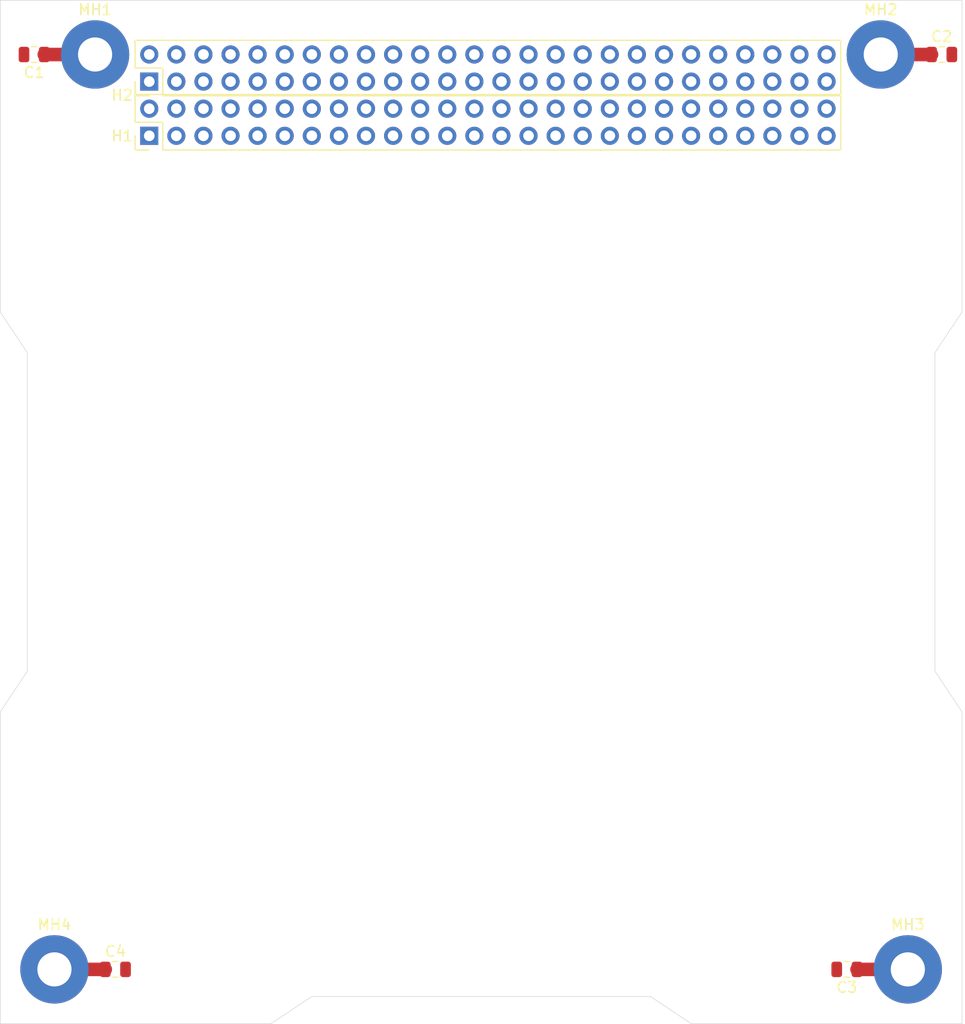
<source format=kicad_pcb>
(kicad_pcb (version 20211014) (generator pcbnew)
  (layers (0 "F.Cu" signal) (31 "B.Cu" signal) (34 "B.Paste" user) (35 "F.Paste" user) (36 "B.SilkS" user "B.Silkscreen") (37 "F.SilkS" user "F.Silkscreen") (38 "B.Mask" user) (39 "F.Mask" user) (44 "Edge.Cuts" user))
  (net 0 "")
  (net 1 "GND")
  (net 2 "Net-(C1-Pad1)")
  (net 3 "Net-(C2-Pad1)")
  (net 4 "Net-(C3-Pad1)")
  (net 5 "Net-(C4-Pad1)")
  (net 12 "TX1{slash}GP1")
  (net 14 "RX2{slash}GP7")
  (net 16 "TX2{slash}GP8")
  (net 18 "GP15{slash}A1{slash}RX3")
  (net 22 "GP21{slash}A7{slash}RX5")
  (net 51 "CS{slash}GP10")
  (net 53 "CS{slash}GP37")
  (net 55 "CS{slash}GP36")
  (net 66 "SW1")
  (net 67 "SW2")
  (net 68 "SW3")
  (net 69 "SW4")
  (net 70 "SW5")
  (net 71 "SW6")
  (net 72 "SW7")
  (net 73 "SW8")
  (net 74 "SW9")
  (net 75 "SW10")
  (net 76 "SW11")
  (net 77 "SW12")
  (net 92 "PCM_IN")
  (net 98 "BCR_OUT")
  (footprint "Capacitor_SMD:C_0805_2012Metric" (layer "F.Cu") (at 104.775 55.885 180)
    (fp_text reference "C1" (at 0 -1.68) (layer "F.SilkS"))
    (fp_text value "0.1uF")
    (fp_line (start -0.261252 0.735) (end 0.261252 0.735) (layer "F.SilkS") (width 0.12))
    (fp_line (start -0.261252 -0.735) (end 0.261252 -0.735) (layer "F.SilkS") (width 0.12))
    (pad "1" smd roundrect locked (at -0.95 0 180) (size 1 1.45) (layers "F.Cu" "F.Paste" "F.Mask") (net 2 "Net-(C1-Pad1)"))
    (pad "2" smd roundrect locked (at 0.95 0 180) (size 1 1.45) (layers "F.Cu" "F.Paste" "F.Mask") (net 1 "GND"))
  )
  (footprint "Capacitor_SMD:C_0805_2012Metric" (layer "F.Cu") (at 189.865 55.885)
    (fp_text reference "C2" (at 0 -1.68) (layer "F.SilkS"))
    (fp_text value "0.1uF")
    (fp_line (start -0.261252 0.735) (end 0.261252 0.735) (layer "F.SilkS") (width 0.12))
    (fp_line (start -0.261252 -0.735) (end 0.261252 -0.735) (layer "F.SilkS") (width 0.12))
    (pad "1" smd roundrect locked (at -0.95 0) (size 1 1.45) (layers "F.Cu" "F.Paste" "F.Mask") (net 3 "Net-(C2-Pad1)"))
    (pad "2" smd roundrect locked (at 0.95 0) (size 1 1.45) (layers "F.Cu" "F.Paste" "F.Mask") (net 1 "GND"))
  )
  (footprint "Capacitor_SMD:C_0805_2012Metric" (layer "F.Cu") (at 180.975 141.61 180)
    (fp_text reference "C3" (at 0 -1.68) (layer "F.SilkS"))
    (fp_text value "0.1uF")
    (fp_line (start -0.261252 0.735) (end 0.261252 0.735) (layer "F.SilkS") (width 0.12))
    (fp_line (start -0.261252 -0.735) (end 0.261252 -0.735) (layer "F.SilkS") (width 0.12))
    (pad "1" smd roundrect locked (at -0.95 0 180) (size 1 1.45) (layers "F.Cu" "F.Paste" "F.Mask") (net 4 "Net-(C3-Pad1)"))
    (pad "2" smd roundrect locked (at 0.95 0 180) (size 1 1.45) (layers "F.Cu" "F.Paste" "F.Mask") (net 1 "GND"))
  )
  (footprint "Capacitor_SMD:C_0805_2012Metric" (layer "F.Cu") (at 112.395 141.61)
    (fp_text reference "C4" (at 0 -1.68) (layer "F.SilkS"))
    (fp_text value "0.1uF")
    (fp_line (start -0.261252 -0.735) (end 0.261252 -0.735) (layer "F.SilkS") (width 0.12))
    (fp_line (start -0.261252 0.735) (end 0.261252 0.735) (layer "F.SilkS") (width 0.12))
    (pad "1" smd roundrect locked (at -0.95 0) (size 1 1.45) (layers "F.Cu" "F.Paste" "F.Mask") (net 5 "Net-(C4-Pad1)"))
    (pad "2" smd roundrect locked (at 0.95 0) (size 1 1.45) (layers "F.Cu" "F.Paste" "F.Mask") (net 1 "GND"))
  )
  (footprint "Connector_PinHeader_2.54mm:PinHeader_2x26_P2.54mm_Vertical" (layer "F.Cu") (at 115.57 63.5 90)
    (fp_text reference "H1" (at -0.005 -2.54) (layer "F.SilkS"))
    (fp_text value "Stack Header")
    (fp_line (start 3.87 -1.33) (end 3.87 64.83) (layer "F.SilkS") (width 0.12))
    (fp_line (start 1.27 -1.33) (end 3.87 -1.33) (layer "F.SilkS") (width 0.12))
    (fp_line (start -1.33 -1.33) (end 0 -1.33) (layer "F.SilkS") (width 0.12))
    (fp_line (start -1.33 1.27) (end 1.27 1.27) (layer "F.SilkS") (width 0.12))
    (fp_line (start 1.27 1.27) (end 1.27 -1.33) (layer "F.SilkS") (width 0.12))
    (fp_line (start -1.33 0) (end -1.33 -1.33) (layer "F.SilkS") (width 0.12))
    (fp_line (start -1.33 1.27) (end -1.33 64.83) (layer "F.SilkS") (width 0.12))
    (fp_line (start -1.33 64.83) (end 3.87 64.83) (layer "F.SilkS") (width 0.12))
    (pad "1" thru_hole rect locked (at 0 0 90) (size 1.7 1.7) (drill 1) (layers *.Cu *.Mask))
    (pad "2" thru_hole oval locked (at 2.54 0 90) (size 1.7 1.7) (drill 1) (layers *.Cu *.Mask))
    (pad "3" thru_hole oval locked (at 0 2.54 90) (size 1.7 1.7) (drill 1) (layers *.Cu *.Mask))
    (pad "4" thru_hole oval locked (at 2.54 2.54 90) (size 1.7 1.7) (drill 1) (layers *.Cu *.Mask))
    (pad "5" thru_hole oval locked (at 0 5.08 90) (size 1.7 1.7) (drill 1) (layers *.Cu *.Mask))
    (pad "6" thru_hole oval locked (at 2.54 5.08 90) (size 1.7 1.7) (drill 1) (layers *.Cu *.Mask))
    (pad "7" thru_hole oval locked (at 0 7.62 90) (size 1.7 1.7) (drill 1) (layers *.Cu *.Mask) (net 12 "TX1{slash}GP1"))
    (pad "8" thru_hole oval locked (at 2.54 7.62 90) (size 1.7 1.7) (drill 1) (layers *.Cu *.Mask))
    (pad "9" thru_hole oval locked (at 0 10.16 90) (size 1.7 1.7) (drill 1) (layers *.Cu *.Mask) (net 14 "RX2{slash}GP7"))
    (pad "10" thru_hole oval locked (at 2.54 10.16 90) (size 1.7 1.7) (drill 1) (layers *.Cu *.Mask))
    (pad "11" thru_hole oval locked (at 0 12.7 90) (size 1.7 1.7) (drill 1) (layers *.Cu *.Mask) (net 16 "TX2{slash}GP8"))
    (pad "12" thru_hole oval locked (at 2.54 12.7 90) (size 1.7 1.7) (drill 1) (layers *.Cu *.Mask))
    (pad "13" thru_hole oval locked (at 0 15.24 90) (size 1.7 1.7) (drill 1) (layers *.Cu *.Mask) (net 18 "GP15{slash}A1{slash}RX3"))
    (pad "14" thru_hole oval locked (at 2.54 15.24 90) (size 1.7 1.7) (drill 1) (layers *.Cu *.Mask))
    (pad "15" thru_hole oval locked (at 0 17.78 90) (size 1.7 1.7) (drill 1) (layers *.Cu *.Mask))
    (pad "16" thru_hole oval locked (at 2.54 17.78 90) (size 1.7 1.7) (drill 1) (layers *.Cu *.Mask))
    (pad "17" thru_hole oval locked (at 0 20.32 90) (size 1.7 1.7) (drill 1) (layers *.Cu *.Mask) (net 22 "GP21{slash}A7{slash}RX5"))
    (pad "18" thru_hole oval locked (at 2.54 20.32 90) (size 1.7 1.7) (drill 1) (layers *.Cu *.Mask))
    (pad "19" thru_hole oval locked (at 0 22.86 90) (size 1.7 1.7) (drill 1) (layers *.Cu *.Mask))
    (pad "20" thru_hole oval locked (at 2.54 22.86 90) (size 1.7 1.7) (drill 1) (layers *.Cu *.Mask))
    (pad "21" thru_hole oval locked (at 0 25.4 90) (size 1.7 1.7) (drill 1) (layers *.Cu *.Mask))
    (pad "22" thru_hole oval locked (at 2.54 25.4 90) (size 1.7 1.7) (drill 1) (layers *.Cu *.Mask))
    (pad "23" thru_hole oval locked (at 0 27.94 90) (size 1.7 1.7) (drill 1) (layers *.Cu *.Mask))
    (pad "24" thru_hole oval locked (at 2.54 27.94 90) (size 1.7 1.7) (drill 1) (layers *.Cu *.Mask))
    (pad "25" thru_hole oval locked (at 0 30.48 90) (size 1.7 1.7) (drill 1) (layers *.Cu *.Mask))
    (pad "26" thru_hole oval locked (at 2.54 30.48 90) (size 1.7 1.7) (drill 1) (layers *.Cu *.Mask))
    (pad "27" thru_hole oval locked (at 0 33.02 90) (size 1.7 1.7) (drill 1) (layers *.Cu *.Mask))
    (pad "28" thru_hole oval locked (at 2.54 33.02 90) (size 1.7 1.7) (drill 1) (layers *.Cu *.Mask))
    (pad "29" thru_hole oval locked (at 0 35.56 90) (size 1.7 1.7) (drill 1) (layers *.Cu *.Mask))
    (pad "30" thru_hole oval locked (at 2.54 35.56 90) (size 1.7 1.7) (drill 1) (layers *.Cu *.Mask))
    (pad "31" thru_hole oval locked (at 0 38.1 90) (size 1.7 1.7) (drill 1) (layers *.Cu *.Mask))
    (pad "32" thru_hole oval locked (at 2.54 38.1 90) (size 1.7 1.7) (drill 1) (layers *.Cu *.Mask))
    (pad "33" thru_hole oval locked (at 0 40.64 90) (size 1.7 1.7) (drill 1) (layers *.Cu *.Mask))
    (pad "34" thru_hole oval locked (at 2.54 40.64 90) (size 1.7 1.7) (drill 1) (layers *.Cu *.Mask))
    (pad "35" thru_hole oval locked (at 0 43.18 90) (size 1.7 1.7) (drill 1) (layers *.Cu *.Mask))
    (pad "36" thru_hole oval locked (at 2.54 43.18 90) (size 1.7 1.7) (drill 1) (layers *.Cu *.Mask))
    (pad "37" thru_hole oval locked (at 0 45.72 90) (size 1.7 1.7) (drill 1) (layers *.Cu *.Mask))
    (pad "38" thru_hole oval locked (at 2.54 45.72 90) (size 1.7 1.7) (drill 1) (layers *.Cu *.Mask))
    (pad "39" thru_hole oval locked (at 0 48.26 90) (size 1.7 1.7) (drill 1) (layers *.Cu *.Mask))
    (pad "40" thru_hole oval locked (at 2.54 48.26 90) (size 1.7 1.7) (drill 1) (layers *.Cu *.Mask))
    (pad "41" thru_hole oval locked (at 0 50.8 90) (size 1.7 1.7) (drill 1) (layers *.Cu *.Mask))
    (pad "42" thru_hole oval locked (at 2.54 50.8 90) (size 1.7 1.7) (drill 1) (layers *.Cu *.Mask))
    (pad "43" thru_hole oval locked (at 0 53.34 90) (size 1.7 1.7) (drill 1) (layers *.Cu *.Mask))
    (pad "44" thru_hole oval locked (at 2.54 53.34 90) (size 1.7 1.7) (drill 1) (layers *.Cu *.Mask))
    (pad "45" thru_hole oval locked (at 0 55.88 90) (size 1.7 1.7) (drill 1) (layers *.Cu *.Mask))
    (pad "46" thru_hole oval locked (at 2.54 55.88 90) (size 1.7 1.7) (drill 1) (layers *.Cu *.Mask) (net 51 "CS{slash}GP10"))
    (pad "47" thru_hole oval locked (at 0 58.42 90) (size 1.7 1.7) (drill 1) (layers *.Cu *.Mask))
    (pad "48" thru_hole oval locked (at 2.54 58.42 90) (size 1.7 1.7) (drill 1) (layers *.Cu *.Mask) (net 53 "CS{slash}GP37"))
    (pad "49" thru_hole oval locked (at 0 60.96 90) (size 1.7 1.7) (drill 1) (layers *.Cu *.Mask))
    (pad "50" thru_hole oval locked (at 2.54 60.96 90) (size 1.7 1.7) (drill 1) (layers *.Cu *.Mask) (net 55 "CS{slash}GP36"))
    (pad "51" thru_hole oval locked (at 0 63.5 90) (size 1.7 1.7) (drill 1) (layers *.Cu *.Mask))
    (pad "52" thru_hole oval locked (at 2.54 63.5 90) (size 1.7 1.7) (drill 1) (layers *.Cu *.Mask))
  )
  (footprint "Connector_PinHeader_2.54mm:PinHeader_2x26_P2.54mm_Vertical" (layer "F.Cu") (at 115.57 58.42 90)
    (fp_text reference "H2" (at -1.275 -2.54) (layer "F.SilkS"))
    (fp_text value "Stack Header")
    (fp_line (start 1.27 1.27) (end 1.27 -1.33) (layer "F.SilkS") (width 0.12))
    (fp_line (start 1.27 -1.33) (end 3.87 -1.33) (layer "F.SilkS") (width 0.12))
    (fp_line (start -1.33 1.27) (end 1.27 1.27) (layer "F.SilkS") (width 0.12))
    (fp_line (start 3.87 -1.33) (end 3.87 64.83) (layer "F.SilkS") (width 0.12))
    (fp_line (start -1.33 1.27) (end -1.33 64.83) (layer "F.SilkS") (width 0.12))
    (fp_line (start -1.33 0) (end -1.33 -1.33) (layer "F.SilkS") (width 0.12))
    (fp_line (start -1.33 64.83) (end 3.87 64.83) (layer "F.SilkS") (width 0.12))
    (fp_line (start -1.33 -1.33) (end 0 -1.33) (layer "F.SilkS") (width 0.12))
    (pad "1" thru_hole rect locked (at 0 0 90) (size 1.7 1.7) (drill 1) (layers *.Cu *.Mask))
    (pad "2" thru_hole oval locked (at 2.54 0 90) (size 1.7 1.7) (drill 1) (layers *.Cu *.Mask))
    (pad "3" thru_hole oval locked (at 0 2.54 90) (size 1.7 1.7) (drill 1) (layers *.Cu *.Mask))
    (pad "4" thru_hole oval locked (at 2.54 2.54 90) (size 1.7 1.7) (drill 1) (layers *.Cu *.Mask))
    (pad "5" thru_hole oval locked (at 0 5.08 90) (size 1.7 1.7) (drill 1) (layers *.Cu *.Mask))
    (pad "6" thru_hole oval locked (at 2.54 5.08 90) (size 1.7 1.7) (drill 1) (layers *.Cu *.Mask))
    (pad "7" thru_hole oval locked (at 0 7.62 90) (size 1.7 1.7) (drill 1) (layers *.Cu *.Mask))
    (pad "8" thru_hole oval locked (at 2.54 7.62 90) (size 1.7 1.7) (drill 1) (layers *.Cu *.Mask))
    (pad "9" thru_hole oval locked (at 0 10.16 90) (size 1.7 1.7) (drill 1) (layers *.Cu *.Mask) (net 66 "SW1"))
    (pad "10" thru_hole oval locked (at 2.54 10.16 90) (size 1.7 1.7) (drill 1) (layers *.Cu *.Mask) (net 67 "SW2"))
    (pad "11" thru_hole oval locked (at 0 12.7 90) (size 1.7 1.7) (drill 1) (layers *.Cu *.Mask) (net 68 "SW3"))
    (pad "12" thru_hole oval locked (at 2.54 12.7 90) (size 1.7 1.7) (drill 1) (layers *.Cu *.Mask) (net 69 "SW4"))
    (pad "13" thru_hole oval locked (at 0 15.24 90) (size 1.7 1.7) (drill 1) (layers *.Cu *.Mask) (net 70 "SW5"))
    (pad "14" thru_hole oval locked (at 2.54 15.24 90) (size 1.7 1.7) (drill 1) (layers *.Cu *.Mask) (net 71 "SW6"))
    (pad "15" thru_hole oval locked (at 0 17.78 90) (size 1.7 1.7) (drill 1) (layers *.Cu *.Mask) (net 72 "SW7"))
    (pad "16" thru_hole oval locked (at 2.54 17.78 90) (size 1.7 1.7) (drill 1) (layers *.Cu *.Mask) (net 73 "SW8"))
    (pad "17" thru_hole oval locked (at 0 20.32 90) (size 1.7 1.7) (drill 1) (layers *.Cu *.Mask) (net 74 "SW9"))
    (pad "18" thru_hole oval locked (at 2.54 20.32 90) (size 1.7 1.7) (drill 1) (layers *.Cu *.Mask) (net 75 "SW10"))
    (pad "19" thru_hole oval locked (at 0 22.86 90) (size 1.7 1.7) (drill 1) (layers *.Cu *.Mask) (net 76 "SW11"))
    (pad "20" thru_hole oval locked (at 2.54 22.86 90) (size 1.7 1.7) (drill 1) (layers *.Cu *.Mask) (net 77 "SW12"))
    (pad "21" thru_hole oval locked (at 0 25.4 90) (size 1.7 1.7) (drill 1) (layers *.Cu *.Mask))
    (pad "22" thru_hole oval locked (at 2.54 25.4 90) (size 1.7 1.7) (drill 1) (layers *.Cu *.Mask))
    (pad "23" thru_hole oval locked (at 0 27.94 90) (size 1.7 1.7) (drill 1) (layers *.Cu *.Mask))
    (pad "24" thru_hole oval locked (at 2.54 27.94 90) (size 1.7 1.7) (drill 1) (layers *.Cu *.Mask))
    (pad "25" thru_hole oval locked (at 0 30.48 90) (size 1.7 1.7) (drill 1) (layers *.Cu *.Mask))
    (pad "26" thru_hole oval locked (at 2.54 30.48 90) (size 1.7 1.7) (drill 1) (layers *.Cu *.Mask))
    (pad "27" thru_hole oval locked (at 0 33.02 90) (size 1.7 1.7) (drill 1) (layers *.Cu *.Mask))
    (pad "28" thru_hole oval locked (at 2.54 33.02 90) (size 1.7 1.7) (drill 1) (layers *.Cu *.Mask))
    (pad "29" thru_hole oval locked (at 0 35.56 90) (size 1.7 1.7) (drill 1) (layers *.Cu *.Mask))
    (pad "30" thru_hole oval locked (at 2.54 35.56 90) (size 1.7 1.7) (drill 1) (layers *.Cu *.Mask))
    (pad "31" thru_hole oval locked (at 0 38.1 90) (size 1.7 1.7) (drill 1) (layers *.Cu *.Mask))
    (pad "32" thru_hole oval locked (at 2.54 38.1 90) (size 1.7 1.7) (drill 1) (layers *.Cu *.Mask))
    (pad "33" thru_hole oval locked (at 0 40.64 90) (size 1.7 1.7) (drill 1) (layers *.Cu *.Mask))
    (pad "34" thru_hole oval locked (at 2.54 40.64 90) (size 1.7 1.7) (drill 1) (layers *.Cu *.Mask))
    (pad "35" thru_hole oval locked (at 0 43.18 90) (size 1.7 1.7) (drill 1) (layers *.Cu *.Mask) (net 92 "PCM_IN"))
    (pad "36" thru_hole oval locked (at 2.54 43.18 90) (size 1.7 1.7) (drill 1) (layers *.Cu *.Mask))
    (pad "37" thru_hole oval locked (at 0 45.72 90) (size 1.7 1.7) (drill 1) (layers *.Cu *.Mask))
    (pad "38" thru_hole oval locked (at 2.54 45.72 90) (size 1.7 1.7) (drill 1) (layers *.Cu *.Mask))
    (pad "39" thru_hole oval locked (at 0 48.26 90) (size 1.7 1.7) (drill 1) (layers *.Cu *.Mask))
    (pad "40" thru_hole oval locked (at 2.54 48.26 90) (size 1.7 1.7) (drill 1) (layers *.Cu *.Mask))
    (pad "41" thru_hole oval locked (at 0 50.8 90) (size 1.7 1.7) (drill 1) (layers *.Cu *.Mask) (net 98 "BCR_OUT"))
    (pad "42" thru_hole oval locked (at 2.54 50.8 90) (size 1.7 1.7) (drill 1) (layers *.Cu *.Mask))
    (pad "43" thru_hole oval locked (at 0 53.34 90) (size 1.7 1.7) (drill 1) (layers *.Cu *.Mask) (net 98 "BCR_OUT"))
    (pad "44" thru_hole oval locked (at 2.54 53.34 90) (size 1.7 1.7) (drill 1) (layers *.Cu *.Mask) (net 98 "BCR_OUT"))
    (pad "45" thru_hole oval locked (at 0 55.88 90) (size 1.7 1.7) (drill 1) (layers *.Cu *.Mask))
    (pad "46" thru_hole oval locked (at 2.54 55.88 90) (size 1.7 1.7) (drill 1) (layers *.Cu *.Mask))
    (pad "47" thru_hole oval locked (at 0 58.42 90) (size 1.7 1.7) (drill 1) (layers *.Cu *.Mask))
    (pad "48" thru_hole oval locked (at 2.54 58.42 90) (size 1.7 1.7) (drill 1) (layers *.Cu *.Mask))
    (pad "49" thru_hole oval locked (at 0 60.96 90) (size 1.7 1.7) (drill 1) (layers *.Cu *.Mask))
    (pad "50" thru_hole oval locked (at 2.54 60.96 90) (size 1.7 1.7) (drill 1) (layers *.Cu *.Mask))
    (pad "51" thru_hole oval locked (at 0 63.5 90) (size 1.7 1.7) (drill 1) (layers *.Cu *.Mask))
    (pad "52" thru_hole oval locked (at 2.54 63.5 90) (size 1.7 1.7) (drill 1) (layers *.Cu *.Mask))
  )
  (footprint "MountingHole:MountingHole_3.2mm_M3_Pad" (layer "F.Cu") (at 110.49 55.88)
    (fp_text reference "MH1" (at 0 -4.2) (layer "F.SilkS"))
    (fp_text value "M3")
    (pad "1" thru_hole circle locked (at 0 0) (size 6.4 6.4) (drill 3.2) (layers *.Cu *.Mask) (net 2 "Net-(C1-Pad1)"))
  )
  (footprint "MountingHole:MountingHole_3.2mm_M3_Pad" (layer "F.Cu") (at 184.15 55.88)
    (fp_text reference "MH2" (at 0 -4.2) (layer "F.SilkS"))
    (fp_text value "M3")
    (pad "1" thru_hole circle locked (at 0 0) (size 6.4 6.4) (drill 3.2) (layers *.Cu *.Mask) (net 3 "Net-(C2-Pad1)"))
  )
  (footprint "MountingHole:MountingHole_3.2mm_M3_Pad" (layer "F.Cu") (at 186.69 141.61)
    (fp_text reference "MH3" (at 0 -4.2) (layer "F.SilkS"))
    (fp_text value "M3")
    (pad "1" thru_hole circle locked (at 0 0) (size 6.4 6.4) (drill 3.2) (layers *.Cu *.Mask) (net 4 "Net-(C3-Pad1)"))
  )
  (footprint "MountingHole:MountingHole_3.2mm_M3_Pad" (layer "F.Cu") (at 106.68 141.61)
    (fp_text reference "MH4" (at 0 -4.2) (layer "F.SilkS"))
    (fp_text value "M3")
    (pad "1" thru_hole circle locked (at 0 0) (size 6.4 6.4) (drill 3.2) (layers *.Cu *.Mask) (net 5 "Net-(C4-Pad1)"))
  )
  (gr_line (start 191.77 146.69) (end 166.37 146.69) (layer "Edge.Cuts") (width 0.05))
  (gr_line (start 127 146.69) (end 130.81 144.15) (layer "Edge.Cuts") (width 0.05))
  (gr_line (start 104.14 83.82) (end 104.14 113.67) (layer "Edge.Cuts") (width 0.05))
  (gr_line (start 191.77 117.48) (end 191.77 146.69) (layer "Edge.Cuts") (width 0.05))
  (gr_line (start 101.6 80.01) (end 101.6 50.8) (layer "Edge.Cuts") (width 0.05))
  (gr_line (start 191.77 80.01) (end 191.77 50.8) (layer "Edge.Cuts") (width 0.05))
  (gr_line (start 101.6 80.01) (end 104.14 83.82) (layer "Edge.Cuts") (width 0.05))
  (gr_line (start 191.77 117.48) (end 189.23 113.67) (layer "Edge.Cuts") (width 0.05))
  (gr_line (start 189.23 113.67) (end 189.23 83.82) (layer "Edge.Cuts") (width 0.05))
  (gr_line (start 130.81 144.145) (end 162.56 144.15) (layer "Edge.Cuts") (width 0.05))
  (gr_line (start 104.14 113.67) (end 101.6 117.48) (layer "Edge.Cuts") (width 0.05))
  (gr_line (start 189.23 83.82) (end 191.77 80.01) (layer "Edge.Cuts") (width 0.05))
  (gr_line (start 162.56 144.15) (end 166.37 146.69) (layer "Edge.Cuts") (width 0.05))
  (gr_line (start 101.6 50.8) (end 191.77 50.8) (layer "Edge.Cuts") (width 0.05))
  (gr_line (start 101.6 146.69) (end 127 146.69) (layer "Edge.Cuts") (width 0.05))
  (gr_line (start 101.6 117.48) (end 101.6 146.69) (layer "Edge.Cuts") (width 0.05))
  (segment (start 110.485 55.885) (end 110.49 55.88) (width 1.27) (layer "F.Cu") (net 2))
  (segment (start 105.725 55.885) (end 110.485 55.885) (width 1.27) (layer "F.Cu") (net 2))
  (segment (start 188.915 55.885) (end 184.155 55.885) (width 1.27) (layer "F.Cu") (net 3))
  (segment (start 184.155 55.885) (end 184.15 55.88) (width 1.27) (layer "F.Cu") (net 3))
  (segment (start 181.925 141.61) (end 186.69 141.61) (width 1.27) (layer "F.Cu") (net 4))
  (segment (start 111.445 141.61) (end 106.68 141.61) (width 1.27) (layer "F.Cu") (net 5))
)
</source>
